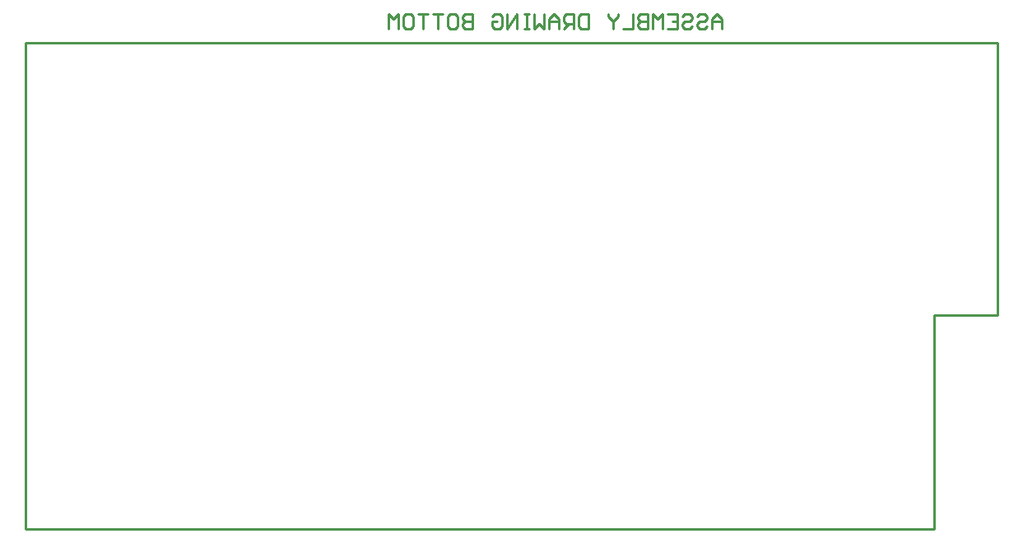
<source format=gbr>
%TF.GenerationSoftware,Altium Limited,Altium Designer,23.4.1 (23)*%
G04 Layer_Color=32896*
%FSLAX26Y26*%
%MOIN*%
%TF.SameCoordinates,C984E364-D40C-4CF4-8751-E295BDF5E6C2*%
%TF.FilePolarity,Positive*%
%TF.FileFunction,Other,Mechanical_4*%
%TF.Part,Single*%
G01*
G75*
%TA.AperFunction,NonConductor*%
%ADD59C,0.010000*%
D59*
X0Y0D02*
Y1968504D01*
X0Y1968505D02*
X0Y1968504D01*
X0Y1968505D02*
X3937008D01*
X3937008Y1968504D01*
Y866142D02*
Y1968504D01*
Y866142D02*
X3937009Y866142D01*
X3681103D02*
X3937009D01*
X3681103Y1D02*
Y866142D01*
X3681103Y0D02*
X3681103Y1D01*
X0Y0D02*
X3681103D01*
X2819782Y2025010D02*
Y2064997D01*
X2799788Y2084990D01*
X2779795Y2064997D01*
Y2025010D01*
Y2055000D01*
X2819782D01*
X2719814Y2074994D02*
X2729811Y2084990D01*
X2749804D01*
X2759801Y2074994D01*
Y2064997D01*
X2749804Y2055000D01*
X2729811D01*
X2719814Y2045003D01*
Y2035006D01*
X2729811Y2025010D01*
X2749804D01*
X2759801Y2035006D01*
X2659833Y2074994D02*
X2669830Y2084990D01*
X2689824D01*
X2699820Y2074994D01*
Y2064997D01*
X2689824Y2055000D01*
X2669830D01*
X2659833Y2045003D01*
Y2035006D01*
X2669830Y2025010D01*
X2689824D01*
X2699820Y2035006D01*
X2599853Y2084990D02*
X2639840D01*
Y2025010D01*
X2599853D01*
X2639840Y2055000D02*
X2619846D01*
X2579859Y2025010D02*
Y2084990D01*
X2559866Y2064997D01*
X2539872Y2084990D01*
Y2025010D01*
X2519879Y2084990D02*
Y2025010D01*
X2489888D01*
X2479892Y2035006D01*
Y2045003D01*
X2489888Y2055000D01*
X2519879D01*
X2489888D01*
X2479892Y2064997D01*
Y2074994D01*
X2489888Y2084990D01*
X2519879D01*
X2459898D02*
Y2025010D01*
X2419911D01*
X2399918Y2084990D02*
Y2074994D01*
X2379924Y2055000D01*
X2359930Y2074994D01*
Y2084990D01*
X2379924Y2055000D02*
Y2025010D01*
X2279956Y2084990D02*
Y2025010D01*
X2249966D01*
X2239969Y2035006D01*
Y2074994D01*
X2249966Y2084990D01*
X2279956D01*
X2219976Y2025010D02*
Y2084990D01*
X2189985D01*
X2179989Y2074994D01*
Y2055000D01*
X2189985Y2045003D01*
X2219976D01*
X2199982D02*
X2179989Y2025010D01*
X2159995D02*
Y2064997D01*
X2140002Y2084990D01*
X2120008Y2064997D01*
Y2025010D01*
Y2055000D01*
X2159995D01*
X2100015Y2084990D02*
Y2025010D01*
X2080021Y2045003D01*
X2060027Y2025010D01*
Y2084990D01*
X2040034D02*
X2020040D01*
X2030037D01*
Y2025010D01*
X2040034D01*
X2020040D01*
X1990050D02*
Y2084990D01*
X1950063Y2025010D01*
Y2084990D01*
X1890082Y2074994D02*
X1900079Y2084990D01*
X1920073D01*
X1930070Y2074994D01*
Y2035006D01*
X1920073Y2025010D01*
X1900079D01*
X1890082Y2035006D01*
Y2055000D01*
X1910076D01*
X1810108Y2084990D02*
Y2025010D01*
X1780118D01*
X1770121Y2035006D01*
Y2045003D01*
X1780118Y2055000D01*
X1810108D01*
X1780118D01*
X1770121Y2064997D01*
Y2074994D01*
X1780118Y2084990D01*
X1810108D01*
X1720137D02*
X1740131D01*
X1750128Y2074994D01*
Y2035006D01*
X1740131Y2025010D01*
X1720137D01*
X1710141Y2035006D01*
Y2074994D01*
X1720137Y2084990D01*
X1690147D02*
X1650160D01*
X1670154D01*
Y2025010D01*
X1630167Y2084990D02*
X1590179D01*
X1610173D01*
Y2025010D01*
X1540196Y2084990D02*
X1560189D01*
X1570186Y2074994D01*
Y2035006D01*
X1560189Y2025010D01*
X1540196D01*
X1530199Y2035006D01*
Y2074994D01*
X1540196Y2084990D01*
X1510205Y2025010D02*
Y2084990D01*
X1490212Y2064997D01*
X1470218Y2084990D01*
Y2025010D01*
%TF.MD5,a544186d12f3f6a3ea605f95b9788fee*%
M02*

</source>
